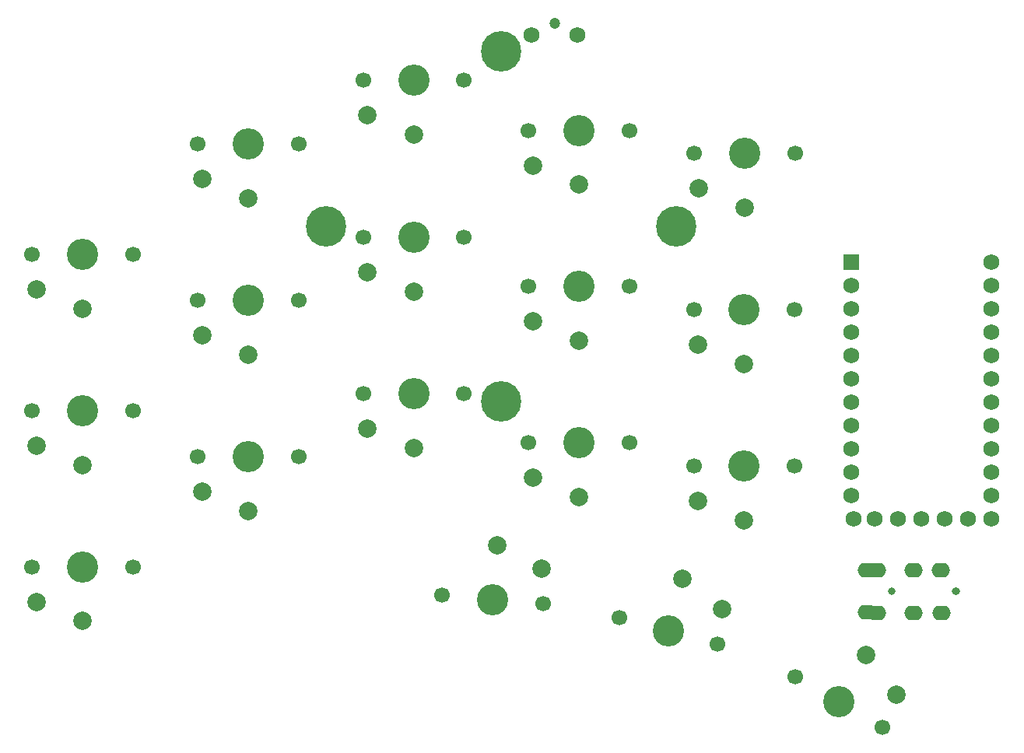
<source format=gbr>
%TF.GenerationSoftware,KiCad,Pcbnew,(6.0.0)*%
%TF.CreationDate,2022-03-12T15:50:12-08:00*%
%TF.ProjectId,half-swept,68616c66-2d73-4776-9570-742e6b696361,rev?*%
%TF.SameCoordinates,Original*%
%TF.FileFunction,Soldermask,Bot*%
%TF.FilePolarity,Negative*%
%FSLAX46Y46*%
G04 Gerber Fmt 4.6, Leading zero omitted, Abs format (unit mm)*
G04 Created by KiCad (PCBNEW (6.0.0)) date 2022-03-12 15:50:12*
%MOMM*%
%LPD*%
G01*
G04 APERTURE LIST*
%ADD10C,0.800000*%
%ADD11O,2.000000X1.600000*%
%ADD12C,1.200000*%
%ADD13C,1.750000*%
%ADD14C,3.400000*%
%ADD15C,1.700000*%
%ADD16C,2.000000*%
%ADD17C,4.400000*%
%ADD18R,1.752600X1.752600*%
%ADD19C,1.752600*%
G04 APERTURE END LIST*
D10*
%TO.C,J2*%
X110018000Y-77670000D03*
X117018000Y-77670000D03*
D11*
X107318000Y-75370000D03*
X108418000Y-79970000D03*
X112418000Y-79970000D03*
X115418000Y-79970000D03*
%TD*%
D12*
%TO.C,RSW1*%
X73325000Y-15852500D03*
D13*
X70825000Y-17062500D03*
X75825000Y-17062500D03*
%TD*%
D14*
%TO.C,SW2*%
X22000000Y-41000000D03*
D15*
X16500000Y-41000000D03*
X27500000Y-41000000D03*
D16*
X22000000Y-46900000D03*
X17000000Y-44800000D03*
%TD*%
D14*
%TO.C,SW3*%
X40000000Y-29000000D03*
D15*
X45500000Y-29000000D03*
X34500000Y-29000000D03*
D16*
X40000000Y-34900000D03*
X35000000Y-32800000D03*
%TD*%
D14*
%TO.C,SW4*%
X58000000Y-22000000D03*
D15*
X63500000Y-22000000D03*
X52500000Y-22000000D03*
D16*
X58000000Y-27900000D03*
X53000000Y-25800000D03*
%TD*%
D14*
%TO.C,SW5*%
X76000000Y-27500000D03*
D15*
X70500000Y-27500000D03*
X81500000Y-27500000D03*
D16*
X76000000Y-33400000D03*
X71000000Y-31300000D03*
%TD*%
D15*
%TO.C,SW6*%
X88500000Y-30000000D03*
X99500000Y-30000000D03*
D14*
X94000000Y-30000000D03*
D16*
X94000000Y-35900000D03*
X89000000Y-33800000D03*
%TD*%
D15*
%TO.C,SW8*%
X27500000Y-58000000D03*
D14*
X22000000Y-58000000D03*
D15*
X16500000Y-58000000D03*
D16*
X22000000Y-63900000D03*
X17000000Y-61800000D03*
%TD*%
D15*
%TO.C,SW9*%
X34500000Y-45974000D03*
X45500000Y-45974000D03*
D14*
X40000000Y-45974000D03*
D16*
X40000000Y-51874000D03*
X35000000Y-49774000D03*
%TD*%
D15*
%TO.C,SW10*%
X52500000Y-39116000D03*
D14*
X58000000Y-39116000D03*
D15*
X63500000Y-39116000D03*
D16*
X58000000Y-45016000D03*
X53000000Y-42916000D03*
%TD*%
D15*
%TO.C,SW11*%
X81500000Y-44450000D03*
D14*
X76000000Y-44450000D03*
D15*
X70500000Y-44450000D03*
D16*
X76000000Y-50350000D03*
X71000000Y-48250000D03*
%TD*%
D15*
%TO.C,SW12*%
X88480000Y-46990000D03*
X99480000Y-46990000D03*
D14*
X93980000Y-46990000D03*
D16*
X93980000Y-52890000D03*
X88980000Y-50790000D03*
%TD*%
D15*
%TO.C,SW14*%
X16500000Y-75000000D03*
D14*
X22000000Y-75000000D03*
D15*
X27500000Y-75000000D03*
D16*
X22000000Y-80900000D03*
X17000000Y-78800000D03*
%TD*%
D15*
%TO.C,SW15*%
X34500000Y-62992000D03*
X45500000Y-62992000D03*
D14*
X40000000Y-62992000D03*
D16*
X40000000Y-68892000D03*
X35000000Y-66792000D03*
%TD*%
D14*
%TO.C,SW16*%
X58000000Y-56134000D03*
D15*
X52500000Y-56134000D03*
X63500000Y-56134000D03*
D16*
X58000000Y-62034000D03*
X53000000Y-59934000D03*
%TD*%
D15*
%TO.C,SW17*%
X70500000Y-61468000D03*
D14*
X76000000Y-61468000D03*
D15*
X81500000Y-61468000D03*
D16*
X76000000Y-67368000D03*
X71000000Y-65268000D03*
%TD*%
D15*
%TO.C,SW18*%
X88480000Y-64008000D03*
D14*
X93980000Y-64008000D03*
D15*
X99480000Y-64008000D03*
D16*
X93980000Y-69908000D03*
X88980000Y-67808000D03*
%TD*%
D15*
%TO.C,SW20*%
X99512860Y-86950000D03*
X109039140Y-92450000D03*
D14*
X104276000Y-89700000D03*
D16*
X107226000Y-84590450D03*
X110506127Y-88909103D03*
%TD*%
D15*
%TO.C,SW21*%
X80403408Y-80526495D03*
X91028592Y-83373505D03*
D14*
X85716000Y-81950000D03*
D16*
X87243032Y-76251038D03*
X91529142Y-79573577D03*
%TD*%
D17*
%TO.C,REF\u002A\u002A*%
X67500000Y-56950000D03*
X48450000Y-37900000D03*
X86550000Y-37900000D03*
X67500000Y-18850000D03*
%TD*%
D18*
%TO.C,U2*%
X105630000Y-41816750D03*
D19*
X105630000Y-44356750D03*
X105630000Y-46896750D03*
X105630000Y-49436750D03*
X105630000Y-51976750D03*
X105630000Y-54516750D03*
X105630000Y-57056750D03*
X105630000Y-59596750D03*
X105630000Y-62136750D03*
X105630000Y-64676750D03*
X105630000Y-67216750D03*
X105858600Y-69756750D03*
X120870000Y-69756750D03*
X120870000Y-67216750D03*
X120870000Y-64676750D03*
X120870000Y-62136750D03*
X120870000Y-59596750D03*
X120870000Y-57056750D03*
X120870000Y-54516750D03*
X120870000Y-51976750D03*
X120870000Y-49436750D03*
X120870000Y-46896750D03*
X120870000Y-44356750D03*
X120870000Y-41816750D03*
X108170000Y-69756750D03*
X110710000Y-69756750D03*
X113250000Y-69756750D03*
X115790000Y-69756750D03*
X118330000Y-69756750D03*
%TD*%
D15*
%TO.C,SW1*%
X72079071Y-79029357D03*
D14*
X66600000Y-78550000D03*
D15*
X61120929Y-78070643D03*
D16*
X67114219Y-72672451D03*
X71912165Y-75200239D03*
%TD*%
D10*
%TO.C,J1*%
X117000000Y-77650000D03*
X110000000Y-77650000D03*
D11*
X107300000Y-79950000D03*
X108400000Y-75350000D03*
X112400000Y-75350000D03*
X115400000Y-75350000D03*
%TD*%
M02*

</source>
